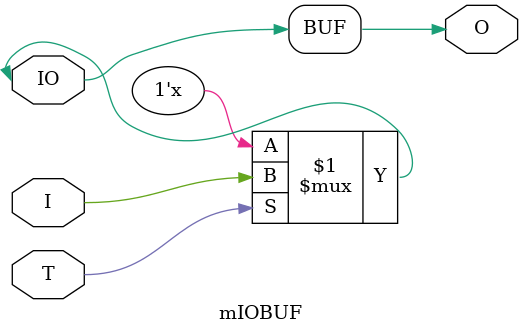
<source format=v>
`timescale 1ns / 1ps
module mIOBUF(
    input           I,
    output          O,
    input           T,
    inout           IO
);
    

assign IO = T ? I : 1'bZ ;
assign O  = IO;

endmodule

</source>
